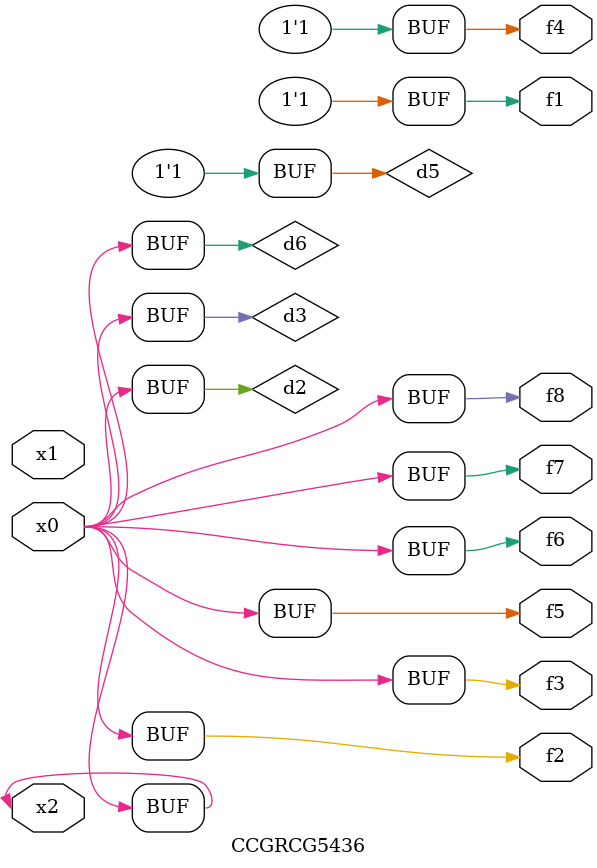
<source format=v>
module CCGRCG5436(
	input x0, x1, x2,
	output f1, f2, f3, f4, f5, f6, f7, f8
);

	wire d1, d2, d3, d4, d5, d6;

	xnor (d1, x2);
	buf (d2, x0, x2);
	and (d3, x0);
	xnor (d4, x1, x2);
	nand (d5, d1, d3);
	buf (d6, d2, d3);
	assign f1 = d5;
	assign f2 = d6;
	assign f3 = d6;
	assign f4 = d5;
	assign f5 = d6;
	assign f6 = d6;
	assign f7 = d6;
	assign f8 = d6;
endmodule

</source>
